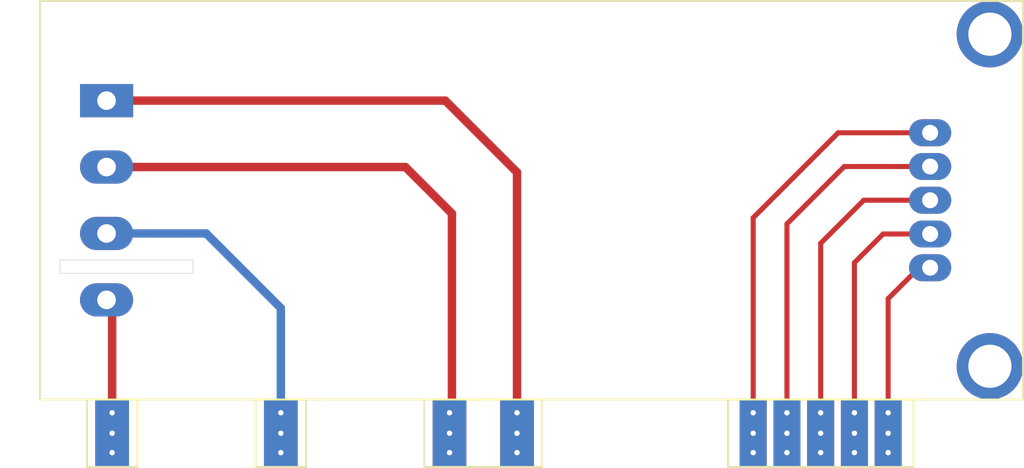
<source format=kicad_pcb>
(kicad_pcb (version 20221018) (generator pcbnew)
  (layers (0 "F.Cu" signal) (31 "B.Cu" signal) (34 "B.Paste" user) (35 "F.Paste" user) (36 "B.SilkS" user "B.Silkscreen") (37 "F.SilkS" user "F.Silkscreen") (38 "B.Mask" user) (39 "F.Mask" user) (44 "Edge.Cuts" user))
  (net 0 "")
  (net 1 "Net-(U1-CT+)")
  (net 2 "Net-(U1-CT-)")
  (net 3 "Net-(U1-N)")
  (net 4 "Net-(U1-L)")
  (net 5 "Net-(U1-VCC)")
  (net 6 "Net-(U1-RX)")
  (net 7 "Net-(U1-TX)")
  (net 8 "Net-(U1-CF)")
  (net 9 "Net-(U1-GND)")
  (footprint "custom:PZEM-004T-100A-D-P" (layer "F.Cu") (at 0 0)
    (fp_text reference "U1" hide)
    (fp_text value "~")
    (fp_line (start 0 -30) (end 0 0) (stroke (width 0.15)) (layer "F.SilkS"))
    (fp_line (start 0 0) (end 74 0) (stroke (width 0.15)) (layer "F.SilkS"))
    (fp_line (start 74 -30) (end 0 -30) (stroke (width 0.15)) (layer "F.SilkS"))
    (fp_line (start 74 0) (end 74 -30) (stroke (width 0.15)) (layer "F.SilkS"))
    (pad "" thru_hole circle (at 71.5 -27.5) (size 5 5) (drill 3.25) (layers "*.Cu" "*.Mask"))
    (pad "" thru_hole circle (at 71.5 -2.5) (size 5 5) (drill 3.25) (layers "*.Cu" "*.Mask"))
    (pad "1" thru_hole rect (at 5 -22.5) (size 4 2.5) (drill 1.4) (layers "*.Cu" "*.Mask") (net 1 "Net-(U1-CT+)"))
    (pad "2" thru_hole oval (at 5 -17.5) (size 4 2.5) (drill 1.4) (layers "*.Cu" "*.Mask") (net 2 "Net-(U1-CT-)"))
    (pad "3" thru_hole oval (at 5 -12.5) (size 4 2.5) (drill 1.4) (layers "*.Cu" "*.Mask") (net 3 "Net-(U1-N)"))
    (pad "4" thru_hole oval (at 5 -7.5) (size 4 2.5) (drill 1.4) (layers "*.Cu" "*.Mask") (net 4 "Net-(U1-L)"))
    (pad "5" thru_hole oval (at 67 -9.92) (size 3.175 2.032) (drill 1.2) (layers "*.Cu" "*.Mask") (net 5 "Net-(U1-VCC)"))
    (pad "6" thru_hole oval (at 67 -12.46) (size 3.175 2.032) (drill 1.2) (layers "*.Cu" "*.Mask") (net 6 "Net-(U1-RX)"))
    (pad "7" thru_hole oval (at 67 -15) (size 3.175 2.032) (drill 1.2) (layers "*.Cu" "*.Mask") (net 7 "Net-(U1-TX)"))
    (pad "8" thru_hole oval (at 67 -17.54) (size 3.175 2.032) (drill 1.2) (layers "*.Cu" "*.Mask") (net 8 "Net-(U1-CF)"))
    (pad "9" thru_hole oval (at 67 -20.08) (size 3.175 2.032) (drill 1.2) (layers "*.Cu" "*.Mask") (net 9 "Net-(U1-GND)"))
  )
  (footprint "custom:PZEM Card-Edge" (layer "F.Cu") (at 0 0)
    (fp_text reference "U2" hide)
    (fp_text value "~")
    (fp_line (start 0 -30) (end 0 0) (stroke (width 0.15)) (layer "F.SilkS"))
    (fp_line (start 0 0) (end 3.515 0) (stroke (width 0.15)) (layer "F.SilkS"))
    (fp_line (start 3.515 0) (end 3.515 5.08) (stroke (width 0.15)) (layer "F.SilkS"))
    (fp_line (start 3.515 5.08) (end 7.325 5.08) (stroke (width 0.15)) (layer "F.SilkS"))
    (fp_line (start 7.325 5.08) (end 7.325 0) (stroke (width 0.15)) (layer "F.SilkS"))
    (fp_line (start 16.215 0) (end 7.325 0) (stroke (width 0.15)) (layer "F.SilkS"))
    (fp_line (start 16.215 0) (end 16.215 5.08) (stroke (width 0.15)) (layer "F.SilkS"))
    (fp_line (start 16.215 5.08) (end 20.025 5.08) (stroke (width 0.15)) (layer "F.SilkS"))
    (fp_line (start 20.025 0) (end 28.915 0) (stroke (width 0.15)) (layer "F.SilkS"))
    (fp_line (start 20.025 5.08) (end 20.025 0) (stroke (width 0.15)) (layer "F.SilkS"))
    (fp_line (start 28.915 0) (end 28.915 5.08) (stroke (width 0.15)) (layer "F.SilkS"))
    (fp_line (start 28.915 5.08) (end 37.805 5.08) (stroke (width 0.15)) (layer "F.SilkS"))
    (fp_line (start 37.805 0) (end 51.775 0) (stroke (width 0.15)) (layer "F.SilkS"))
    (fp_line (start 37.805 5.08) (end 37.805 0) (stroke (width 0.15)) (layer "F.SilkS"))
    (fp_line (start 51.775 0) (end 51.775 5.08) (stroke (width 0.15)) (layer "F.SilkS"))
    (fp_line (start 51.775 5.08) (end 65.745 5.08) (stroke (width 0.15)) (layer "F.SilkS"))
    (fp_line (start 65.745 0) (end 74 0) (stroke (width 0.15)) (layer "F.SilkS"))
    (fp_line (start 65.745 5.08) (end 65.745 0) (stroke (width 0.15)) (layer "F.SilkS"))
    (fp_line (start 74 -30) (end 0 -30) (stroke (width 0.15)) (layer "F.SilkS"))
    (fp_line (start 74 0) (end 74 -30) (stroke (width 0.15)) (layer "F.SilkS"))
    (pad "1" connect rect (at 35.9 2.54 90) (size 5.08 2.54) (layers "F.Cu" "F.Mask") (net 1 "Net-(U1-CT+)"))
    (pad "1" connect rect (at 35.9 2.54 90) (size 5.08 2.54) (layers "B.Cu" "B.Mask") (net 1 "Net-(U1-CT+)"))
    (pad "2" connect rect (at 30.82 2.54 90) (size 5.08 2.54) (layers "F.Cu" "F.Mask") (net 2 "Net-(U1-CT-)"))
    (pad "2" connect rect (at 30.82 2.54 90) (size 5.08 2.54) (layers "B.Cu" "B.Mask") (net 2 "Net-(U1-CT-)"))
    (pad "3" connect rect (at 18.12 2.54 90) (size 5.08 2.54) (layers "F.Cu" "F.Mask") (net 3 "Net-(U1-N)"))
    (pad "3" connect rect (at 18.12 2.54 90) (size 5.08 2.54) (layers "B.Cu" "B.Mask") (net 3 "Net-(U1-N)"))
    (pad "4" connect rect (at 5.42 2.54 90) (size 5.08 2.54) (layers "F.Cu" "F.Mask") (net 4 "Net-(U1-L)"))
    (pad "4" connect rect (at 5.42 2.54 90) (size 5.08 2.54) (layers "B.Cu" "B.Mask") (net 4 "Net-(U1-L)"))
    (pad "5" connect rect (at 53.68 2.54 270) (size 5.08 2.032) (layers "F.Cu" "F.Mask") (net 5 "Net-(U1-VCC)"))
    (pad "5" connect rect (at 53.68 2.54 270) (size 5.08 2.032) (layers "B.Cu" "B.Mask") (net 5 "Net-(U1-VCC)"))
    (pad "6" connect rect (at 56.22 2.54 270) (size 5.08 2.032) (layers "F.Cu" "F.Mask") (net 6 "Net-(U1-RX)"))
    (pad "6" connect rect (at 56.22 2.54 270) (size 5.08 2.032) (layers "B.Cu" "B.Mask") (net 6 "Net-(U1-RX)"))
    (pad "7" connect rect (at 58.76 2.54 270) (size 5.08 2.032) (layers "F.Cu" "F.Mask") (net 7 "Net-(U1-TX)"))
    (pad "7" connect rect (at 58.76 2.54 270) (size 5.08 2.032) (layers "B.Cu" "B.Mask") (net 7 "Net-(U1-TX)"))
    (pad "8" connect rect (at 61.3 2.54 270) (size 5.08 2.032) (layers "F.Cu" "F.Mask") (net 8 "Net-(U1-CF)"))
    (pad "8" connect rect (at 61.3 2.54 270) (size 5.08 2.032) (layers "B.Cu" "B.Mask") (net 8 "Net-(U1-CF)"))
    (pad "9" connect rect (at 63.84 2.54 270) (size 5.08 2.032) (layers "F.Cu" "F.Mask") (net 9 "Net-(U1-GND)"))
    (pad "9" connect rect (at 63.84 2.54 270) (size 5.08 2.032) (layers "B.Cu" "B.Mask") (net 9 "Net-(U1-GND)"))
  )
  (gr_line (start 65.75 0) (end 65.75 5.075) (stroke (width 0.05)) (layer "Edge.Cuts"))
  (gr_line (start 7.325 5.075) (end 3.525 5.075) (stroke (width 0.05)) (layer "Edge.Cuts"))
  (gr_line (start 28.925 5.075) (end 28.925 0) (stroke (width 0.05)) (layer "Edge.Cuts"))
  (gr_line (start 51.775 5.075) (end 51.775 0) (stroke (width 0.05)) (layer "Edge.Cuts"))
  (gr_line (start 0 -30) (end 74 -30) (stroke (width 0.05)) (layer "Edge.Cuts"))
  (gr_line (start 1.5 -10.5) (end 1.5 -9.5) (stroke (width 0.05)) (layer "Edge.Cuts"))
  (gr_line (start 7.325 0) (end 7.325 5.075) (stroke (width 0.05)) (layer "Edge.Cuts"))
  (gr_line (start 74 0) (end 65.75 0) (stroke (width 0.05)) (layer "Edge.Cuts"))
  (gr_line (start 11.5 -9.5) (end 11.5 -10.5) (stroke (width 0.05)) (layer "Edge.Cuts"))
  (gr_line (start 0 0) (end 0 -30) (stroke (width 0.05)) (layer "Edge.Cuts"))
  (gr_line (start 16.225 0) (end 7.325 0) (stroke (width 0.05)) (layer "Edge.Cuts"))
  (gr_line (start 28.925 0) (end 20.025 0) (stroke (width 0.05)) (layer "Edge.Cuts"))
  (gr_line (start 20.025 5.075) (end 16.225 5.075) (stroke (width 0.05)) (layer "Edge.Cuts"))
  (gr_line (start 1.5 -9.5) (end 11.5 -9.5) (stroke (width 0.05)) (layer "Edge.Cuts"))
  (gr_line (start 3.525 5.075) (end 3.525 0) (stroke (width 0.05)) (layer "Edge.Cuts"))
  (gr_line (start 37.8 0) (end 37.8 5.075) (stroke (width 0.05)) (layer "Edge.Cuts"))
  (gr_line (start 51.775 0) (end 37.8 0) (stroke (width 0.05)) (layer "Edge.Cuts"))
  (gr_line (start 65.75 5.075) (end 51.775 5.075) (stroke (width 0.05)) (layer "Edge.Cuts"))
  (gr_line (start 11.5 -10.5) (end 1.5 -10.5) (stroke (width 0.05)) (layer "Edge.Cuts"))
  (gr_line (start 20.025 0) (end 20.025 5.075) (stroke (width 0.05)) (layer "Edge.Cuts"))
  (gr_line (start 74 -30) (end 74 0) (stroke (width 0.05)) (layer "Edge.Cuts"))
  (gr_line (start 16.225 5.075) (end 16.225 0) (stroke (width 0.05)) (layer "Edge.Cuts"))
  (gr_line (start 37.8 5.075) (end 28.925 5.075) (stroke (width 0.05)) (layer "Edge.Cuts"))
  (gr_line (start 3.525 0) (end 0 0) (stroke (width 0.05)) (layer "Edge.Cuts"))
  (segment (start 35.9 -17.1) (end 30.5 -22.5) (width 0.635) (layer "F.Cu") (net 1))
  (segment (start 35.9 2.54) (end 35.9 -17.1) (width 0.635) (layer "F.Cu") (net 1))
  (segment (start 30.5 -22.5) (end 5 -22.5) (width 0.635) (layer "F.Cu") (net 1))
  (via (at 35.9 4) (size 0.8) (drill 0.4) (layers "F.Cu" "B.Cu") (net 1))
  (via (at 35.9 1) (size 0.8) (drill 0.4) (layers "F.Cu" "B.Cu") (net 1))
  (via (at 35.9 2.54) (size 0.8) (drill 0.4) (layers "F.Cu" "B.Cu") (net 1))
  (segment (start 5 -17.5) (end 27.5 -17.5) (width 0.635) (layer "F.Cu") (net 2))
  (segment (start 31 2.36) (end 30.82 2.54) (width 0.25) (layer "F.Cu") (net 2))
  (segment (start 31 -14) (end 31 2.36) (width 0.635) (layer "F.Cu") (net 2))
  (segment (start 27.5 -17.5) (end 31 -14) (width 0.635) (layer "F.Cu") (net 2))
  (via (at 30.82 1) (size 0.8) (drill 0.4) (layers "F.Cu" "B.Cu") (net 2))
  (via (at 30.82 4) (size 0.8) (drill 0.4) (layers "F.Cu" "B.Cu") (net 2))
  (via (at 30.82 2.54) (size 0.8) (drill 0.4) (layers "F.Cu" "B.Cu") (net 2))
  (via (at 18.12 2.54) (size 0.8) (drill 0.4) (layers "F.Cu" "B.Cu") (net 3))
  (via (at 18.12 4) (size 0.8) (drill 0.4) (layers "F.Cu" "B.Cu") (net 3))
  (via (at 18.12 1) (size 0.8) (drill 0.4) (layers "F.Cu" "B.Cu") (net 3))
  (segment (start 18.12 -6.88) (end 18.12 2.54) (width 0.635) (layer "B.Cu") (net 3))
  (segment (start 5 -12.5) (end 12.5 -12.5) (width 0.635) (layer "B.Cu") (net 3))
  (segment (start 12.5 -12.5) (end 18.12 -6.88) (width 0.635) (layer "B.Cu") (net 3))
  (segment (start 5 -7.5) (end 5.42 -7.08) (width 0.25) (layer "F.Cu") (net 4))
  (segment (start 5.42 1) (end 5.42 2.54) (width 0.25) (layer "F.Cu") (net 4))
  (segment (start 5.42 -7.08) (end 5.42 1) (width 0.635) (layer "F.Cu") (net 4))
  (via (at 5.42 2.54) (size 0.8) (drill 0.4) (layers "F.Cu" "B.Cu") (net 4))
  (via (at 5.42 1) (size 0.8) (drill 0.4) (layers "F.Cu" "B.Cu") (net 4))
  (via (at 5.42 4) (size 0.8) (drill 0.4) (layers "F.Cu" "B.Cu") (net 4))
  (segment (start 53.68 -13.68) (end 60.08 -20.08) (width 0.381) (layer "F.Cu") (net 5))
  (segment (start 60.08 -20.08) (end 67 -20.08) (width 0.381) (layer "F.Cu") (net 5))
  (segment (start 53.68 2.54) (end 53.68 -13.68) (width 0.381) (layer "F.Cu") (net 5))
  (via (at 53.68 1) (size 0.8) (drill 0.4) (layers "F.Cu" "B.Cu") (net 5))
  (via (at 53.68 4) (size 0.8) (drill 0.4) (layers "F.Cu" "B.Cu") (net 5))
  (via (at 53.68 2.54) (size 0.8) (drill 0.4) (layers "F.Cu" "B.Cu") (net 5))
  (segment (start 56.22 -13.22) (end 60.54 -17.54) (width 0.381) (layer "F.Cu") (net 6))
  (segment (start 56.22 2.54) (end 56.22 -13.22) (width 0.381) (layer "F.Cu") (net 6))
  (segment (start 60.54 -17.54) (end 67 -17.54) (width 0.381) (layer "F.Cu") (net 6))
  (via (at 56.22 1) (size 0.8) (drill 0.4) (layers "F.Cu" "B.Cu") (net 6))
  (via (at 56.22 2.54) (size 0.8) (drill 0.4) (layers "F.Cu" "B.Cu") (net 6))
  (via (at 56.22 4) (size 0.8) (drill 0.4) (layers "F.Cu" "B.Cu") (net 6))
  (segment (start 58.76 -11.76) (end 62 -15) (width 0.381) (layer "F.Cu") (net 7))
  (segment (start 58.76 2.54) (end 58.76 -11.76) (width 0.381) (layer "F.Cu") (net 7))
  (segment (start 62 -15) (end 67 -15) (width 0.381) (layer "F.Cu") (net 7))
  (via (at 58.76 4) (size 0.8) (drill 0.4) (layers "F.Cu" "B.Cu") (net 7))
  (via (at 58.76 2.54) (size 0.8) (drill 0.4) (layers "F.Cu" "B.Cu") (net 7))
  (via (at 58.76 1) (size 0.8) (drill 0.4) (layers "F.Cu" "B.Cu") (net 7))
  (segment (start 67 -12.46) (end 63.46 -12.46) (width 0.381) (layer "F.Cu") (net 8))
  (segment (start 61.3 -10.3) (end 63.46 -12.46) (width 0.381) (layer "F.Cu") (net 8))
  (segment (start 61.3 2.54) (end 61.3 -10.3) (width 0.381) (layer "F.Cu") (net 8))
  (via (at 61.3 1) (size 0.8) (drill 0.4) (layers "F.Cu" "B.Cu") (net 8))
  (via (at 61.3 2.54) (size 0.8) (drill 0.4) (layers "F.Cu" "B.Cu") (net 8))
  (via (at 61.3 4) (size 0.8) (drill 0.4) (layers "F.Cu" "B.Cu") (net 8))
  (segment (start 63.84 -7.59) (end 66.17 -9.92) (width 0.381) (layer "F.Cu") (net 9))
  (segment (start 66.17 -9.92) (end 67 -9.92) (width 0.381) (layer "F.Cu") (net 9))
  (segment (start 63.84 2.54) (end 63.84 -7.59) (width 0.381) (layer "F.Cu") (net 9))
  (via (at 63.84 1) (size 0.8) (drill 0.4) (layers "F.Cu" "B.Cu") (net 9))
  (via (at 63.84 4) (size 0.8) (drill 0.4) (layers "F.Cu" "B.Cu") (net 9))
  (via (at 63.84 2.54) (size 0.8) (drill 0.4) (layers "F.Cu" "B.Cu") (net 9))
)
</source>
